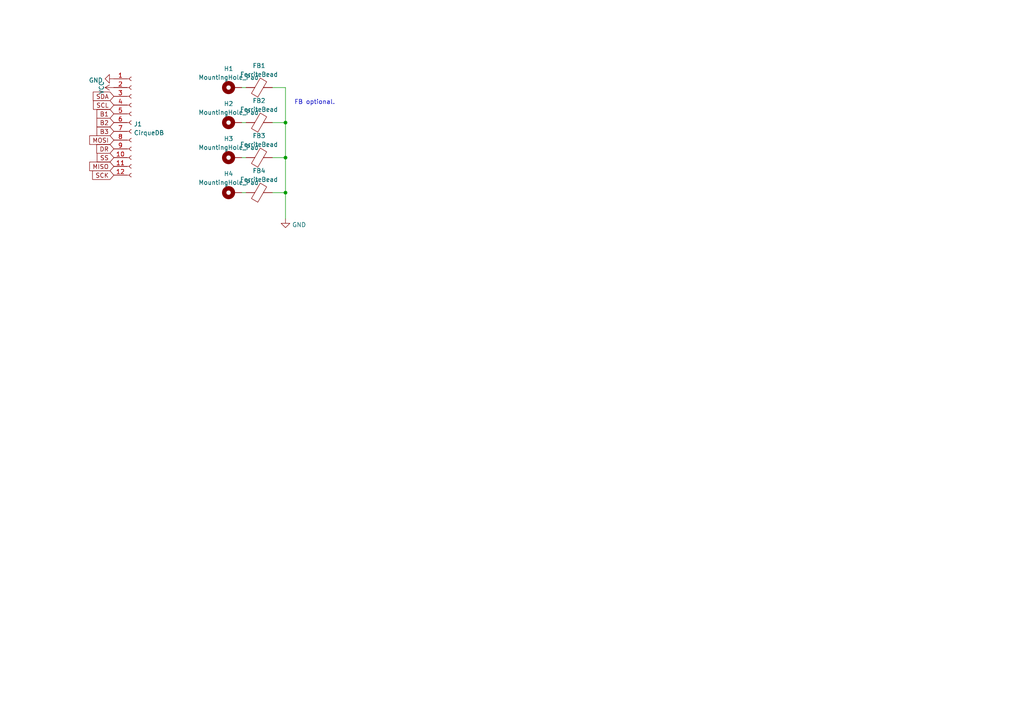
<source format=kicad_sch>
(kicad_sch (version 20211123) (generator eeschema)
  (paper "A4")
  (lib_symbols
    (symbol "Connector:Conn_01x12_Female" (pin_names (offset 1.016) hide)
      (property "Reference" "J" (at 0 15.24 0))
      (property "Value" "Conn_01x12_Female" (at 0 -17.78 0))
      (symbol "Conn_01x12_Female_1_1"
        (arc (start 0 -14.732) (mid -0.508 -15.24) (end 0 -15.748) (stroke (width 0.1524)))
        (arc (start 0 -12.192) (mid -0.508 -12.7) (end 0 -13.208) (stroke (width 0.1524)))
        (arc (start 0 -9.652) (mid -0.508 -10.16) (end 0 -10.668) (stroke (width 0.1524)))
        (arc (start 0 -7.112) (mid -0.508 -7.62) (end 0 -8.128) (stroke (width 0.1524)))
        (arc (start 0 -4.572) (mid -0.508 -5.08) (end 0 -5.588) (stroke (width 0.1524)))
        (arc (start 0 -2.032) (mid -0.508 -2.54) (end 0 -3.048) (stroke (width 0.1524)))
        (polyline (pts (xy -1.27 -15.24) (xy -0.508 -15.24)) (stroke (width 0.1524)))
        (polyline (pts (xy -1.27 -12.7) (xy -0.508 -12.7)) (stroke (width 0.1524)))
        (polyline (pts (xy -1.27 -10.16) (xy -0.508 -10.16)) (stroke (width 0.1524)))
        (polyline (pts (xy -1.27 -7.62) (xy -0.508 -7.62)) (stroke (width 0.1524)))
        (polyline (pts (xy -1.27 -5.08) (xy -0.508 -5.08)) (stroke (width 0.1524)))
        (polyline (pts (xy -1.27 -2.54) (xy -0.508 -2.54)) (stroke (width 0.1524)))
        (polyline (pts (xy -1.27 0) (xy -0.508 0)) (stroke (width 0.1524)))
        (polyline (pts (xy -1.27 2.54) (xy -0.508 2.54)) (stroke (width 0.1524)))
        (polyline (pts (xy -1.27 5.08) (xy -0.508 5.08)) (stroke (width 0.1524)))
        (polyline (pts (xy -1.27 7.62) (xy -0.508 7.62)) (stroke (width 0.1524)))
        (polyline (pts (xy -1.27 10.16) (xy -0.508 10.16)) (stroke (width 0.1524)))
        (polyline (pts (xy -1.27 12.7) (xy -0.508 12.7)) (stroke (width 0.1524)))
        (arc (start 0 0.508) (mid -0.508 0) (end 0 -0.508) (stroke (width 0.1524)))
        (arc (start 0 3.048) (mid -0.508 2.54) (end 0 2.032) (stroke (width 0.1524)))
        (arc (start 0 5.588) (mid -0.508 5.08) (end 0 4.572) (stroke (width 0.1524)))
        (arc (start 0 8.128) (mid -0.508 7.62) (end 0 7.112) (stroke (width 0.1524)))
        (arc (start 0 10.668) (mid -0.508 10.16) (end 0 9.652) (stroke (width 0.1524)))
        (arc (start 0 13.208) (mid -0.508 12.7) (end 0 12.192) (stroke (width 0.1524)))
        (pin passive line (at -5.08 12.7 0) (length 3.81) (name "Pin_1") (number "1"))
        (pin passive line (at -5.08 -10.16 0) (length 3.81) (name "Pin_10") (number "10"))
        (pin passive line (at -5.08 -12.7 0) (length 3.81) (name "Pin_11") (number "11"))
        (pin passive line (at -5.08 -15.24 0) (length 3.81) (name "Pin_12") (number "12"))
        (pin passive line (at -5.08 10.16 0) (length 3.81) (name "Pin_2") (number "2"))
        (pin passive line (at -5.08 7.62 0) (length 3.81) (name "Pin_3") (number "3"))
        (pin passive line (at -5.08 5.08 0) (length 3.81) (name "Pin_4") (number "4"))
        (pin passive line (at -5.08 2.54 0) (length 3.81) (name "Pin_5") (number "5"))
        (pin passive line (at -5.08 0 0) (length 3.81) (name "Pin_6") (number "6"))
        (pin passive line (at -5.08 -2.54 0) (length 3.81) (name "Pin_7") (number "7"))
        (pin passive line (at -5.08 -5.08 0) (length 3.81) (name "Pin_8") (number "8"))
        (pin passive line (at -5.08 -7.62 0) (length 3.81) (name "Pin_9") (number "9"))
      )
    )
    (symbol "Device:FerriteBead" (pin_numbers hide) (pin_names (offset 0))
      (property "Reference" "FB" (at -3.81 0.635 90))
      (property "Value" "FerriteBead" (at 3.81 0 90))
      (symbol "FerriteBead_0_1"
        (polyline (pts (xy 0 -1.27) (xy 0 -1.2192)))
        (polyline (pts (xy 0 1.27) (xy 0 1.2954)))
        (polyline (pts (xy -2.7686 0.4064) (xy -1.7018 2.2606) (xy 2.7686 -0.3048) (xy 1.6764 -2.159) (xy -2.7686 0.4064)))
      )
      (symbol "FerriteBead_1_1"
        (pin passive line (at 0 3.81 270) (length 2.54) (name "~") (number "1"))
        (pin passive line (at 0 -3.81 90) (length 2.54) (name "~") (number "2"))
      )
    )
    (symbol "Mechanical:MountingHole_Pad" (pin_numbers hide) (pin_names (offset 1.016) hide)
      (property "Reference" "H" (at 0 6.35 0))
      (property "Value" "MountingHole_Pad" (at 0 4.445 0))
      (symbol "MountingHole_Pad_0_1"
        (circle (center 0 1.27) (radius 1.27) (stroke (width 1.27)))
      )
      (symbol "MountingHole_Pad_1_1"
        (pin input line (at 0 -2.54 90) (length 2.54) (name "1") (number "1"))
      )
    )
    (symbol "power:GND" (power) (pin_names (offset 0))
      (property "Value" "GND" (at 0 -3.81 0))
      (symbol "GND_0_1"
        (polyline (pts (xy 0 0) (xy 0 -1.27) (xy 1.27 -1.27) (xy 0 -2.54) (xy -1.27 -1.27) (xy 0 -1.27)))
      )
      (symbol "GND_1_1"
        (pin power_in line (at 0 0 270) (length 0) hide (name "GND") (number "1"))
      )
    )
    (symbol "power:VCC" (power) (pin_names (offset 0))
      (property "Value" "VCC" (at 0 3.81 0))
      (symbol "VCC_0_1"
        (polyline (pts (xy -0.762 1.27) (xy 0 2.54)))
        (polyline (pts (xy 0 0) (xy 0 2.54)))
        (polyline (pts (xy 0 2.54) (xy 0.762 1.27)))
      )
      (symbol "VCC_1_1"
        (pin power_in line (at 0 0 90) (length 0) hide (name "VCC") (number "1"))
      )
    )
  )
  (junction (at 82.804 55.88))
  (junction (at 82.804 35.56))
  (junction (at 82.804 45.72))
  (wire (pts (xy 70.104 45.72) (xy 71.374 45.72)))
  (wire (pts (xy 70.104 55.88) (xy 71.374 55.88)))
  (wire (pts (xy 82.804 35.56) (xy 82.804 45.72)))
  (wire (pts (xy 82.804 25.4) (xy 82.804 35.56)))
  (wire (pts (xy 78.994 25.4) (xy 82.804 25.4)))
  (wire (pts (xy 82.804 45.72) (xy 82.804 55.88)))
  (wire (pts (xy 78.994 55.88) (xy 82.804 55.88)))
  (wire (pts (xy 82.804 55.88) (xy 82.804 63.5)))
  (wire (pts (xy 70.104 35.56) (xy 71.374 35.56)))
  (wire (pts (xy 70.104 25.4) (xy 71.374 25.4)))
  (wire (pts (xy 78.994 45.72) (xy 82.804 45.72)))
  (wire (pts (xy 78.994 35.56) (xy 82.804 35.56)))
  (text "FB optional." (at 85.344 30.48 0) (effects (font (size 1.27 1.27)) (justify left bottom)))
  (global_label "B1" (shape input) (at 33.02 33.02 180) (property "Intersheet References" "${INTERSHEET_REFS}" (effects hide)))
  (global_label "MOSI" (shape input) (at 33.02 40.64 180) (property "Intersheet References" "${INTERSHEET_REFS}" (effects hide)))
  (global_label "DR" (shape input) (at 33.02 43.18 180) (property "Intersheet References" "${INTERSHEET_REFS}" (effects hide)))
  (global_label "B3" (shape input) (at 33.02 38.1 180) (property "Intersheet References" "${INTERSHEET_REFS}" (effects hide)))
  (global_label "MISO" (shape input) (at 33.02 48.26 180) (property "Intersheet References" "${INTERSHEET_REFS}" (effects hide)))
  (global_label "B2" (shape input) (at 33.02 35.56 180) (property "Intersheet References" "${INTERSHEET_REFS}" (effects hide)))
  (global_label "SDA" (shape input) (at 33.02 27.94 180) (property "Intersheet References" "${INTERSHEET_REFS}" (effects hide)))
  (global_label "SCL" (shape input) (at 33.02 30.48 180) (property "Intersheet References" "${INTERSHEET_REFS}" (effects hide)))
  (global_label "SS" (shape input) (at 33.02 45.72 180) (property "Intersheet References" "${INTERSHEET_REFS}" (effects hide)))
  (global_label "SCK" (shape input) (at 33.02 50.8 180) (property "Intersheet References" "${INTERSHEET_REFS}" (effects hide)))
  (symbol (lib_id "Connector:Conn_01x12_Female") (at 38.1 35.56 0) (unit 1)
    (property "Reference" "J1" (at 38.8112 35.9953 0) (effects (justify left)))
    (property "Value" "CirqueDB" (at 38.8112 38.5322 0) (effects (justify left)))
    (property "Footprint" "BKCirqueDB:CirqueDB_compact-BK" (effects hide))
  )
  (symbol (lib_id "Mechanical:MountingHole_Pad") (at 67.564 45.72 90) (unit 1)
    (property "Reference" "H3" (at 66.294 40.2422 90))
    (property "Value" "MountingHole_Pad" (at 66.294 42.7791 90))
    (property "Footprint" "BKCirqueDB:MountingHole_2.2mm_M2_Pad" (effects hide))
  )
  (symbol (lib_id "power:GND") (at 33.02 22.86 270) (unit 1)
    (property "Reference" "#PWR0104" (effects hide))
    (property "Value" "GND" (at 29.8451 23.2938 90) (effects (justify right)))
  )
  (symbol (lib_id "Mechanical:MountingHole_Pad") (at 67.564 25.4 90) (unit 1)
    (property "Reference" "H1" (at 66.294 19.9222 90))
    (property "Value" "MountingHole_Pad" (at 66.294 22.4591 90))
    (property "Footprint" "BKCirqueDB:MountingHole_2.2mm_M2_Pad" (effects hide))
  )
  (symbol (lib_id "Mechanical:MountingHole_Pad") (at 67.564 55.88 90) (unit 1)
    (property "Reference" "H4" (at 66.294 50.4022 90))
    (property "Value" "MountingHole_Pad" (at 66.294 52.9391 90))
    (property "Footprint" "BKCirqueDB:MountingHole_2.2mm_M2_Pad" (effects hide))
  )
  (symbol (lib_id "Device:FerriteBead") (at 75.184 35.56 90) (unit 1)
    (property "Reference" "FB2" (at 75.1332 29.2186 90))
    (property "Value" "FerriteBead" (at 75.1332 31.7555 90))
    (property "Footprint" "BKCirqueDB:L_0805_2012Metric_Pad1.15x1.40mm_HandSolder" (effects hide))
  )
  (symbol (lib_id "Device:FerriteBead") (at 75.184 45.72 90) (unit 1)
    (property "Reference" "FB3" (at 75.1332 39.3786 90))
    (property "Value" "FerriteBead" (at 75.1332 41.9155 90))
    (property "Footprint" "BKCirqueDB:L_0805_2012Metric_Pad1.15x1.40mm_HandSolder" (effects hide))
  )
  (symbol (lib_id "power:GND") (at 82.804 63.5 0) (unit 1)
    (property "Reference" "#PWR0107" (effects hide))
    (property "Value" "GND" (at 84.709 65.2038 0) (effects (justify left)))
  )
  (symbol (lib_id "Device:FerriteBead") (at 75.184 55.88 90) (unit 1)
    (property "Reference" "FB4" (at 75.1332 49.5386 90))
    (property "Value" "FerriteBead" (at 75.1332 52.0755 90))
    (property "Footprint" "BKCirqueDB:L_0805_2012Metric_Pad1.15x1.40mm_HandSolder" (effects hide))
  )
  (symbol (lib_id "Device:FerriteBead") (at 75.184 25.4 90) (unit 1)
    (property "Reference" "FB1" (at 75.1332 19.0586 90))
    (property "Value" "FerriteBead" (at 75.1332 21.5955 90))
    (property "Footprint" "BKCirqueDB:L_0805_2012Metric_Pad1.15x1.40mm_HandSolder" (effects hide))
  )
  (symbol (lib_id "Mechanical:MountingHole_Pad") (at 67.564 35.56 90) (unit 1)
    (property "Reference" "H2" (at 66.294 30.0822 90))
    (property "Value" "MountingHole_Pad" (at 66.294 32.6191 90))
    (property "Footprint" "BKCirqueDB:MountingHole_2.2mm_M2_Pad" (effects hide))
  )
  (symbol (lib_id "power:VCC") (at 33.02 25.4 90) (unit 1)
    (property "Reference" "#PWR0103" (effects hide))
    (property "Value" "VCC" (at 29.4442 25.4 0))
  )
)
</source>
